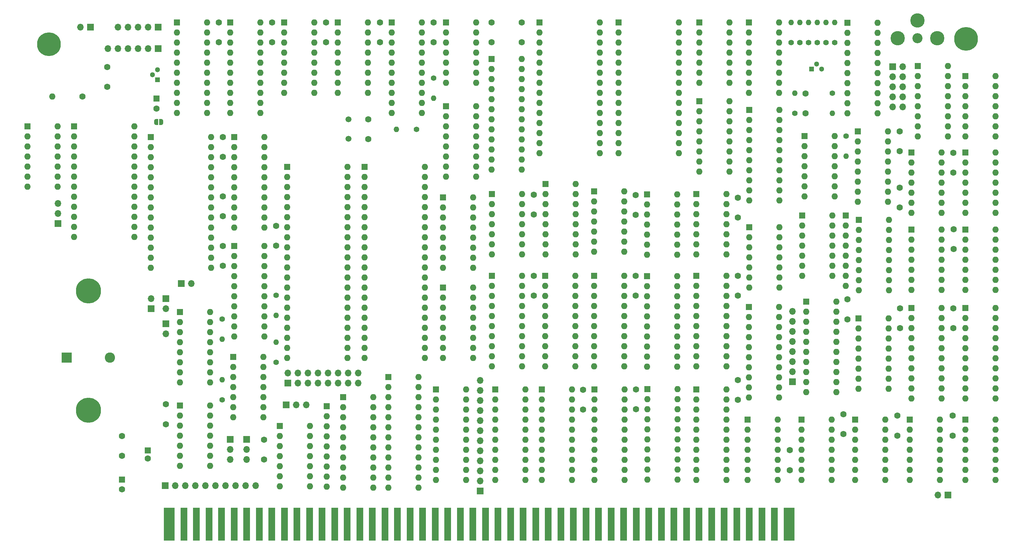
<source format=gts>
%TF.GenerationSoftware,KiCad,Pcbnew,(6.0.10-0)*%
%TF.CreationDate,2024-01-14T15:11:38-05:00*%
%TF.ProjectId,s100_ColorMagic-1.0-001,73313030-5f43-46f6-9c6f-724d61676963,1.0-001*%
%TF.SameCoordinates,Original*%
%TF.FileFunction,Soldermask,Top*%
%TF.FilePolarity,Negative*%
%FSLAX46Y46*%
G04 Gerber Fmt 4.6, Leading zero omitted, Abs format (unit mm)*
G04 Created by KiCad (PCBNEW (6.0.10-0)) date 2024-01-14 15:11:38*
%MOMM*%
%LPD*%
G01*
G04 APERTURE LIST*
G04 Aperture macros list*
%AMFreePoly0*
4,1,22,0.500000,-0.750000,0.000000,-0.750000,0.000000,-0.745033,-0.079941,-0.743568,-0.215256,-0.701293,-0.333266,-0.622738,-0.424486,-0.514219,-0.481581,-0.384460,-0.499164,-0.250000,-0.500000,-0.250000,-0.500000,0.250000,-0.499164,0.250000,-0.499963,0.256109,-0.478152,0.396186,-0.417904,0.524511,-0.324060,0.630769,-0.204165,0.706417,-0.067858,0.745374,0.000000,0.744959,0.000000,0.750000,
0.500000,0.750000,0.500000,-0.750000,0.500000,-0.750000,$1*%
%AMFreePoly1*
4,1,20,0.000000,0.744959,0.073905,0.744508,0.209726,0.703889,0.328688,0.626782,0.421226,0.519385,0.479903,0.390333,0.500000,0.250000,0.500000,-0.250000,0.499851,-0.262216,0.476331,-0.402017,0.414519,-0.529596,0.319384,-0.634700,0.198574,-0.708877,0.061801,-0.746166,0.000000,-0.745033,0.000000,-0.750000,-0.500000,-0.750000,-0.500000,0.750000,0.000000,0.750000,0.000000,0.744959,
0.000000,0.744959,$1*%
G04 Aperture macros list end*
%ADD10R,1.600000X1.600000*%
%ADD11O,1.600000X1.600000*%
%ADD12C,1.600000*%
%ADD13C,1.400000*%
%ADD14O,1.400000X1.400000*%
%ADD15C,1.500000*%
%ADD16R,1.700000X1.700000*%
%ADD17O,1.700000X1.700000*%
%ADD18C,6.000000*%
%ADD19FreePoly0,180.000000*%
%ADD20FreePoly1,180.000000*%
%ADD21C,3.616000*%
%ADD22C,2.550000*%
%ADD23R,1.300000X1.300000*%
%ADD24C,1.300000*%
%ADD25R,2.794000X8.382000*%
%ADD26R,1.778000X8.382000*%
%ADD27R,2.600000X2.600000*%
%ADD28C,2.600000*%
%ADD29C,6.350000*%
G04 APERTURE END LIST*
D10*
%TO.C,U67*%
X200000000Y-77760000D03*
D11*
X200000000Y-80300000D03*
X200000000Y-82840000D03*
X200000000Y-85380000D03*
X200000000Y-87920000D03*
X200000000Y-90460000D03*
X200000000Y-93000000D03*
X207620000Y-93000000D03*
X207620000Y-90460000D03*
X207620000Y-87920000D03*
X207620000Y-85380000D03*
X207620000Y-82840000D03*
X207620000Y-80300000D03*
X207620000Y-77760000D03*
%TD*%
D10*
%TO.C,U62*%
X199600000Y-126360000D03*
D11*
X199600000Y-128900000D03*
X199600000Y-131440000D03*
X199600000Y-133980000D03*
X199600000Y-136520000D03*
X199600000Y-139060000D03*
X199600000Y-141600000D03*
X207220000Y-141600000D03*
X207220000Y-139060000D03*
X207220000Y-136520000D03*
X207220000Y-133980000D03*
X207220000Y-131440000D03*
X207220000Y-128900000D03*
X207220000Y-126360000D03*
%TD*%
D10*
%TO.C,U51*%
X69580000Y-110560000D03*
D11*
X69580000Y-113100000D03*
X69580000Y-115640000D03*
X69580000Y-118180000D03*
X69580000Y-120720000D03*
X69580000Y-123260000D03*
X69580000Y-125800000D03*
X77200000Y-125800000D03*
X77200000Y-123260000D03*
X77200000Y-120720000D03*
X77200000Y-118180000D03*
X77200000Y-115640000D03*
X77200000Y-113100000D03*
X77200000Y-110560000D03*
%TD*%
D10*
%TO.C,U43*%
X186580000Y-90000000D03*
D11*
X186580000Y-92540000D03*
X186580000Y-95080000D03*
X186580000Y-97620000D03*
X186580000Y-100160000D03*
X186580000Y-102700000D03*
X186580000Y-105240000D03*
X186580000Y-107780000D03*
X186580000Y-110320000D03*
X186580000Y-112860000D03*
X194200000Y-112860000D03*
X194200000Y-110320000D03*
X194200000Y-107780000D03*
X194200000Y-105240000D03*
X194200000Y-102700000D03*
X194200000Y-100160000D03*
X194200000Y-97620000D03*
X194200000Y-95080000D03*
X194200000Y-92540000D03*
X194200000Y-90000000D03*
%TD*%
D10*
%TO.C,U17*%
X187380000Y-45960000D03*
D11*
X187380000Y-48500000D03*
X187380000Y-51040000D03*
X187380000Y-53580000D03*
X187380000Y-56120000D03*
X187380000Y-58660000D03*
X187380000Y-61200000D03*
X187380000Y-63740000D03*
X195000000Y-63740000D03*
X195000000Y-61200000D03*
X195000000Y-58660000D03*
X195000000Y-56120000D03*
X195000000Y-53580000D03*
X195000000Y-51040000D03*
X195000000Y-48500000D03*
X195000000Y-45960000D03*
%TD*%
D12*
%TO.C,C8*%
X103750000Y-50500000D03*
X103750000Y-55500000D03*
%TD*%
%TO.C,C3*%
X93050000Y-26000000D03*
X93050000Y-31000000D03*
%TD*%
D10*
%TO.C,U37*%
X69880000Y-82500000D03*
D11*
X69880000Y-85040000D03*
X69880000Y-87580000D03*
X69880000Y-90120000D03*
X69880000Y-92660000D03*
X69880000Y-95200000D03*
X69880000Y-97740000D03*
X69880000Y-100280000D03*
X69880000Y-102820000D03*
X69880000Y-105360000D03*
X77500000Y-105360000D03*
X77500000Y-102820000D03*
X77500000Y-100280000D03*
X77500000Y-97740000D03*
X77500000Y-95200000D03*
X77500000Y-92660000D03*
X77500000Y-90120000D03*
X77500000Y-87580000D03*
X77500000Y-85040000D03*
X77500000Y-82500000D03*
%TD*%
D10*
%TO.C,U66*%
X254580000Y-126360000D03*
D11*
X254580000Y-128900000D03*
X254580000Y-131440000D03*
X254580000Y-133980000D03*
X254580000Y-136520000D03*
X254580000Y-139060000D03*
X254580000Y-141600000D03*
X262200000Y-141600000D03*
X262200000Y-139060000D03*
X262200000Y-136520000D03*
X262200000Y-133980000D03*
X262200000Y-131440000D03*
X262200000Y-128900000D03*
X262200000Y-126360000D03*
%TD*%
D13*
%TO.C,R14*%
X80400000Y-111880000D03*
D14*
X80400000Y-106800000D03*
%TD*%
D10*
%TO.C,U6*%
X123380000Y-26000000D03*
D11*
X123380000Y-28540000D03*
X123380000Y-31080000D03*
X123380000Y-33620000D03*
X123380000Y-36160000D03*
X123380000Y-38700000D03*
X123380000Y-41240000D03*
X131000000Y-41240000D03*
X131000000Y-38700000D03*
X131000000Y-36160000D03*
X131000000Y-33620000D03*
X131000000Y-31080000D03*
X131000000Y-28540000D03*
X131000000Y-26000000D03*
%TD*%
D15*
%TO.C,Y1*%
X98750000Y-50500000D03*
X98750000Y-55400000D03*
%TD*%
D10*
%TO.C,U32*%
X186580000Y-69400000D03*
D11*
X186580000Y-71940000D03*
X186580000Y-74480000D03*
X186580000Y-77020000D03*
X186580000Y-79560000D03*
X186580000Y-82100000D03*
X186580000Y-84640000D03*
X194200000Y-84640000D03*
X194200000Y-82100000D03*
X194200000Y-79560000D03*
X194200000Y-77020000D03*
X194200000Y-74480000D03*
X194200000Y-71940000D03*
X194200000Y-69400000D03*
%TD*%
D12*
%TO.C,C33*%
X171345000Y-118765000D03*
X171345000Y-123765000D03*
%TD*%
D10*
%TO.C,U33*%
X213380000Y-74800000D03*
D11*
X213380000Y-77340000D03*
X213380000Y-79880000D03*
X213380000Y-82420000D03*
X213380000Y-84960000D03*
X213380000Y-87500000D03*
X213380000Y-90040000D03*
X221000000Y-90040000D03*
X221000000Y-87500000D03*
X221000000Y-84960000D03*
X221000000Y-82420000D03*
X221000000Y-79880000D03*
X221000000Y-77340000D03*
X221000000Y-74800000D03*
%TD*%
D16*
%TO.C,J4*%
X50600000Y-32600000D03*
D17*
X48060000Y-32600000D03*
X45520000Y-32600000D03*
X42980000Y-32600000D03*
X40440000Y-32600000D03*
X37900000Y-32600000D03*
%TD*%
D10*
%TO.C,U27*%
X122580000Y-70200000D03*
D11*
X122580000Y-72740000D03*
X122580000Y-75280000D03*
X122580000Y-77820000D03*
X122580000Y-80360000D03*
X122580000Y-82900000D03*
X122580000Y-85440000D03*
X122580000Y-87980000D03*
X130200000Y-87980000D03*
X130200000Y-85440000D03*
X130200000Y-82900000D03*
X130200000Y-80360000D03*
X130200000Y-77820000D03*
X130200000Y-75280000D03*
X130200000Y-72740000D03*
X130200000Y-70200000D03*
%TD*%
D12*
%TO.C,C15*%
X145525000Y-69515000D03*
X145525000Y-74515000D03*
%TD*%
D13*
%TO.C,R3*%
X215000000Y-31080000D03*
D14*
X215000000Y-26000000D03*
%TD*%
D12*
%TO.C,C17*%
X197100000Y-70275000D03*
X197100000Y-75275000D03*
%TD*%
%TO.C,C19*%
X80400000Y-82400000D03*
X80400000Y-77400000D03*
%TD*%
D10*
%TO.C,U29*%
X148500000Y-66860000D03*
D11*
X148500000Y-69400000D03*
X148500000Y-71940000D03*
X148500000Y-74480000D03*
X148500000Y-77020000D03*
X148500000Y-79560000D03*
X148500000Y-82100000D03*
X148500000Y-84640000D03*
X156120000Y-84640000D03*
X156120000Y-82100000D03*
X156120000Y-79560000D03*
X156120000Y-77020000D03*
X156120000Y-74480000D03*
X156120000Y-71940000D03*
X156120000Y-69400000D03*
X156120000Y-66860000D03*
%TD*%
D13*
%TO.C,R16*%
X80400000Y-94920000D03*
D14*
X80400000Y-100000000D03*
%TD*%
D10*
%TO.C,U55*%
X108780000Y-115600000D03*
D11*
X108780000Y-118140000D03*
X108780000Y-120680000D03*
X108780000Y-123220000D03*
X108780000Y-125760000D03*
X108780000Y-128300000D03*
X108780000Y-130840000D03*
X108780000Y-133380000D03*
X108780000Y-135920000D03*
X108780000Y-138460000D03*
X108780000Y-141000000D03*
X108780000Y-143540000D03*
X116400000Y-143540000D03*
X116400000Y-141000000D03*
X116400000Y-138460000D03*
X116400000Y-135920000D03*
X116400000Y-133380000D03*
X116400000Y-130840000D03*
X116400000Y-128300000D03*
X116400000Y-125760000D03*
X116400000Y-123220000D03*
X116400000Y-120680000D03*
X116400000Y-118140000D03*
X116400000Y-115600000D03*
%TD*%
D18*
%TO.C,H2*%
X23000000Y-31500000D03*
%TD*%
D16*
%TO.C,JP4*%
X52600000Y-95800000D03*
D17*
X52600000Y-98340000D03*
%TD*%
D13*
%TO.C,R9*%
X211500000Y-49000000D03*
D14*
X211500000Y-43920000D03*
%TD*%
D10*
%TO.C,U20*%
X227400000Y-53500000D03*
D11*
X227400000Y-56040000D03*
X227400000Y-58580000D03*
X227400000Y-61120000D03*
X227400000Y-63660000D03*
X227400000Y-66200000D03*
X227400000Y-68740000D03*
X227400000Y-71280000D03*
X235020000Y-71280000D03*
X235020000Y-68740000D03*
X235020000Y-66200000D03*
X235020000Y-63660000D03*
X235020000Y-61120000D03*
X235020000Y-58580000D03*
X235020000Y-56040000D03*
X235020000Y-53500000D03*
%TD*%
D10*
%TO.C,U52*%
X56180000Y-122760000D03*
D11*
X56180000Y-125300000D03*
X56180000Y-127840000D03*
X56180000Y-130380000D03*
X56180000Y-132920000D03*
X56180000Y-135460000D03*
X56180000Y-138000000D03*
X63800000Y-138000000D03*
X63800000Y-135460000D03*
X63800000Y-132920000D03*
X63800000Y-130380000D03*
X63800000Y-127840000D03*
X63800000Y-125300000D03*
X63800000Y-122760000D03*
%TD*%
D10*
%TO.C,U57*%
X135780000Y-118740000D03*
D11*
X135780000Y-121280000D03*
X135780000Y-123820000D03*
X135780000Y-126360000D03*
X135780000Y-128900000D03*
X135780000Y-131440000D03*
X135780000Y-133980000D03*
X135780000Y-136520000D03*
X135780000Y-139060000D03*
X135780000Y-141600000D03*
X143400000Y-141600000D03*
X143400000Y-139060000D03*
X143400000Y-136520000D03*
X143400000Y-133980000D03*
X143400000Y-131440000D03*
X143400000Y-128900000D03*
X143400000Y-126360000D03*
X143400000Y-123820000D03*
X143400000Y-121280000D03*
X143400000Y-118740000D03*
%TD*%
D12*
%TO.C,C38*%
X223800000Y-125000000D03*
X223800000Y-130000000D03*
%TD*%
D16*
%TO.C,J3*%
X50600000Y-27250000D03*
D17*
X48060000Y-27250000D03*
X45520000Y-27250000D03*
X42980000Y-27250000D03*
X40440000Y-27250000D03*
%TD*%
D16*
%TO.C,JP12*%
X132000000Y-144400000D03*
D17*
X132000000Y-141860000D03*
X132000000Y-139320000D03*
X132000000Y-136780000D03*
X132000000Y-134240000D03*
X132000000Y-131700000D03*
X132000000Y-129160000D03*
X132000000Y-126620000D03*
X132000000Y-124080000D03*
X132000000Y-121540000D03*
X132000000Y-119000000D03*
X132000000Y-116460000D03*
%TD*%
D13*
%TO.C,R5*%
X219400000Y-31080000D03*
D14*
X219400000Y-26000000D03*
%TD*%
D10*
%TO.C,U12*%
X242580000Y-37020000D03*
D11*
X242580000Y-39560000D03*
X242580000Y-42100000D03*
X242580000Y-44640000D03*
X242580000Y-47180000D03*
X242580000Y-49720000D03*
X242580000Y-52260000D03*
X242580000Y-54800000D03*
X250200000Y-54800000D03*
X250200000Y-52260000D03*
X250200000Y-49720000D03*
X250200000Y-47180000D03*
X250200000Y-44640000D03*
X250200000Y-42100000D03*
X250200000Y-39560000D03*
X250200000Y-37020000D03*
%TD*%
D10*
%TO.C,U56*%
X120800000Y-118740000D03*
D11*
X120800000Y-121280000D03*
X120800000Y-123820000D03*
X120800000Y-126360000D03*
X120800000Y-128900000D03*
X120800000Y-131440000D03*
X120800000Y-133980000D03*
X120800000Y-136520000D03*
X120800000Y-139060000D03*
X120800000Y-141600000D03*
X128420000Y-141600000D03*
X128420000Y-139060000D03*
X128420000Y-136520000D03*
X128420000Y-133980000D03*
X128420000Y-131440000D03*
X128420000Y-128900000D03*
X128420000Y-126360000D03*
X128420000Y-123820000D03*
X128420000Y-121280000D03*
X128420000Y-118740000D03*
%TD*%
D12*
%TO.C,C4*%
X106650000Y-26000000D03*
X106650000Y-31000000D03*
%TD*%
D13*
%TO.C,R7*%
X120250000Y-40120000D03*
D14*
X120250000Y-45200000D03*
%TD*%
D12*
%TO.C,C39*%
X237400000Y-125375000D03*
X237400000Y-130375000D03*
%TD*%
D13*
%TO.C,R6*%
X221600000Y-31080000D03*
D14*
X221600000Y-26000000D03*
%TD*%
D12*
%TO.C,C6*%
X134900000Y-26000000D03*
X134900000Y-31000000D03*
%TD*%
D13*
%TO.C,R1*%
X210600000Y-31080000D03*
D14*
X210600000Y-26000000D03*
%TD*%
D12*
%TO.C,C20*%
X238000000Y-72800000D03*
X238000000Y-67800000D03*
%TD*%
%TO.C,R21*%
X31500000Y-44750000D03*
D11*
X23880000Y-44750000D03*
%TD*%
D19*
%TO.C,JP401*%
X51400000Y-51200000D03*
D20*
X50100000Y-51200000D03*
%TD*%
D12*
%TO.C,C1*%
X65970000Y-26000000D03*
X65970000Y-31000000D03*
%TD*%
%TO.C,C5*%
X120250000Y-26000000D03*
X120250000Y-31000000D03*
%TD*%
D21*
%TO.C,J2*%
X247500000Y-30000000D03*
X237500000Y-30000000D03*
X242500000Y-25500000D03*
D22*
X242500000Y-30000000D03*
%TD*%
D10*
%TO.C,U61*%
X186600000Y-118730000D03*
D11*
X186600000Y-121270000D03*
X186600000Y-123810000D03*
X186600000Y-126350000D03*
X186600000Y-128890000D03*
X186600000Y-131430000D03*
X186600000Y-133970000D03*
X186600000Y-136510000D03*
X186600000Y-139050000D03*
X186600000Y-141590000D03*
X194220000Y-141590000D03*
X194220000Y-139050000D03*
X194220000Y-136510000D03*
X194220000Y-133970000D03*
X194220000Y-131430000D03*
X194220000Y-128890000D03*
X194220000Y-126350000D03*
X194220000Y-123810000D03*
X194220000Y-121270000D03*
X194220000Y-118730000D03*
%TD*%
D12*
%TO.C,C11*%
X238000000Y-53500000D03*
X238000000Y-58500000D03*
%TD*%
%TO.C,C24*%
X171275000Y-90050000D03*
X171275000Y-95050000D03*
%TD*%
D10*
%TO.C,U46*%
X227630000Y-100750000D03*
D11*
X227630000Y-103290000D03*
X227630000Y-105830000D03*
X227630000Y-108370000D03*
X227630000Y-110910000D03*
X227630000Y-113450000D03*
X227630000Y-115990000D03*
X227630000Y-118530000D03*
X235250000Y-118530000D03*
X235250000Y-115990000D03*
X235250000Y-113450000D03*
X235250000Y-110910000D03*
X235250000Y-108370000D03*
X235250000Y-105830000D03*
X235250000Y-103290000D03*
X235250000Y-100750000D03*
%TD*%
D13*
%TO.C,R17*%
X66800000Y-121400000D03*
D14*
X66800000Y-116320000D03*
%TD*%
D10*
%TO.C,U1*%
X55350000Y-26000000D03*
D11*
X55350000Y-28540000D03*
X55350000Y-31080000D03*
X55350000Y-33620000D03*
X55350000Y-36160000D03*
X55350000Y-38700000D03*
X55350000Y-41240000D03*
X55350000Y-43780000D03*
X55350000Y-46320000D03*
X55350000Y-48860000D03*
X62970000Y-48860000D03*
X62970000Y-46320000D03*
X62970000Y-43780000D03*
X62970000Y-41240000D03*
X62970000Y-38700000D03*
X62970000Y-36160000D03*
X62970000Y-33620000D03*
X62970000Y-31080000D03*
X62970000Y-28540000D03*
X62970000Y-26000000D03*
%TD*%
D16*
%TO.C,JP10*%
X52380000Y-143000000D03*
D17*
X54920000Y-143000000D03*
X57460000Y-143000000D03*
X60000000Y-143000000D03*
X62540000Y-143000000D03*
X65080000Y-143000000D03*
X67620000Y-143000000D03*
X70160000Y-143000000D03*
X72700000Y-143000000D03*
X75240000Y-143000000D03*
%TD*%
D16*
%TO.C,JP3*%
X48900000Y-98340000D03*
D17*
X48900000Y-95800000D03*
%TD*%
D10*
%TO.C,U41*%
X160800000Y-90050000D03*
D11*
X160800000Y-92590000D03*
X160800000Y-95130000D03*
X160800000Y-97670000D03*
X160800000Y-100210000D03*
X160800000Y-102750000D03*
X160800000Y-105290000D03*
X160800000Y-107830000D03*
X160800000Y-110370000D03*
X160800000Y-112910000D03*
X168420000Y-112910000D03*
X168420000Y-110370000D03*
X168420000Y-107830000D03*
X168420000Y-105290000D03*
X168420000Y-102750000D03*
X168420000Y-100210000D03*
X168420000Y-97670000D03*
X168420000Y-95130000D03*
X168420000Y-92590000D03*
X168420000Y-90050000D03*
%TD*%
D10*
%TO.C,U7*%
X147000000Y-26000000D03*
D11*
X147000000Y-28540000D03*
X147000000Y-31080000D03*
X147000000Y-33620000D03*
X147000000Y-36160000D03*
X147000000Y-38700000D03*
X147000000Y-41240000D03*
X147000000Y-43780000D03*
X147000000Y-46320000D03*
X147000000Y-48860000D03*
X147000000Y-51400000D03*
X147000000Y-53940000D03*
X147000000Y-56480000D03*
X147000000Y-59020000D03*
X162240000Y-59020000D03*
X162240000Y-56480000D03*
X162240000Y-53940000D03*
X162240000Y-51400000D03*
X162240000Y-48860000D03*
X162240000Y-46320000D03*
X162240000Y-43780000D03*
X162240000Y-41240000D03*
X162240000Y-38700000D03*
X162240000Y-36160000D03*
X162240000Y-33620000D03*
X162240000Y-31080000D03*
X162240000Y-28540000D03*
X162240000Y-26000000D03*
%TD*%
D10*
%TO.C,C36*%
X50250000Y-45250000D03*
D12*
X50250000Y-47750000D03*
%TD*%
D10*
%TO.C,U8*%
X167000000Y-26000000D03*
D11*
X167000000Y-28540000D03*
X167000000Y-31080000D03*
X167000000Y-33620000D03*
X167000000Y-36160000D03*
X167000000Y-38700000D03*
X167000000Y-41240000D03*
X167000000Y-43780000D03*
X167000000Y-46320000D03*
X167000000Y-48860000D03*
X167000000Y-51400000D03*
X167000000Y-53940000D03*
X167000000Y-56480000D03*
X167000000Y-59020000D03*
X182240000Y-59020000D03*
X182240000Y-56480000D03*
X182240000Y-53940000D03*
X182240000Y-51400000D03*
X182240000Y-48860000D03*
X182240000Y-46320000D03*
X182240000Y-43780000D03*
X182240000Y-41240000D03*
X182240000Y-38700000D03*
X182240000Y-36160000D03*
X182240000Y-33620000D03*
X182240000Y-31080000D03*
X182240000Y-28540000D03*
X182240000Y-26000000D03*
%TD*%
D10*
%TO.C,U19*%
X214000000Y-54750000D03*
D11*
X214000000Y-57290000D03*
X214000000Y-59830000D03*
X214000000Y-62370000D03*
X214000000Y-64910000D03*
X214000000Y-67450000D03*
X214000000Y-69990000D03*
X221620000Y-69990000D03*
X221620000Y-67450000D03*
X221620000Y-64910000D03*
X221620000Y-62370000D03*
X221620000Y-59830000D03*
X221620000Y-57290000D03*
X221620000Y-54750000D03*
%TD*%
D12*
%TO.C,C18*%
X67000000Y-60000000D03*
X67000000Y-55000000D03*
%TD*%
D10*
%TO.C,U34*%
X227680000Y-75870000D03*
D11*
X227680000Y-78410000D03*
X227680000Y-80950000D03*
X227680000Y-83490000D03*
X227680000Y-86030000D03*
X227680000Y-88570000D03*
X227680000Y-91110000D03*
X227680000Y-93650000D03*
X235300000Y-93650000D03*
X235300000Y-91110000D03*
X235300000Y-88570000D03*
X235300000Y-86030000D03*
X235300000Y-83490000D03*
X235300000Y-80950000D03*
X235300000Y-78410000D03*
X235300000Y-75870000D03*
%TD*%
D12*
%TO.C,C21*%
X251600000Y-78300000D03*
X251600000Y-83300000D03*
%TD*%
%TO.C,C7*%
X142500000Y-26000000D03*
X142500000Y-31000000D03*
%TD*%
D10*
%TO.C,U4*%
X96050000Y-26000000D03*
D11*
X96050000Y-28540000D03*
X96050000Y-31080000D03*
X96050000Y-33620000D03*
X96050000Y-36160000D03*
X96050000Y-38700000D03*
X96050000Y-41240000D03*
X96050000Y-43780000D03*
X103670000Y-43780000D03*
X103670000Y-41240000D03*
X103670000Y-38700000D03*
X103670000Y-36160000D03*
X103670000Y-33620000D03*
X103670000Y-31080000D03*
X103670000Y-28540000D03*
X103670000Y-26000000D03*
%TD*%
D10*
%TO.C,U2*%
X68850000Y-26000000D03*
D11*
X68850000Y-28540000D03*
X68850000Y-31080000D03*
X68850000Y-33620000D03*
X68850000Y-36160000D03*
X68850000Y-38700000D03*
X68850000Y-41240000D03*
X68850000Y-43780000D03*
X68850000Y-46320000D03*
X68850000Y-48860000D03*
X76470000Y-48860000D03*
X76470000Y-46320000D03*
X76470000Y-43780000D03*
X76470000Y-41240000D03*
X76470000Y-38700000D03*
X76470000Y-36160000D03*
X76470000Y-33620000D03*
X76470000Y-31080000D03*
X76470000Y-28540000D03*
X76470000Y-26000000D03*
%TD*%
D10*
%TO.C,U15*%
X123380000Y-47200000D03*
D11*
X123380000Y-49740000D03*
X123380000Y-52280000D03*
X123380000Y-54820000D03*
X123380000Y-57360000D03*
X123380000Y-59900000D03*
X123380000Y-62440000D03*
X123380000Y-64980000D03*
X131000000Y-64980000D03*
X131000000Y-62440000D03*
X131000000Y-59900000D03*
X131000000Y-57360000D03*
X131000000Y-54820000D03*
X131000000Y-52280000D03*
X131000000Y-49740000D03*
X131000000Y-47200000D03*
%TD*%
D12*
%TO.C,C10*%
X67000000Y-87500000D03*
X67000000Y-82500000D03*
%TD*%
D10*
%TO.C,U38*%
X122580000Y-93000000D03*
D11*
X122580000Y-95540000D03*
X122580000Y-98080000D03*
X122580000Y-100620000D03*
X122580000Y-103160000D03*
X122580000Y-105700000D03*
X122580000Y-108240000D03*
X122580000Y-110780000D03*
X130200000Y-110780000D03*
X130200000Y-108240000D03*
X130200000Y-105700000D03*
X130200000Y-103160000D03*
X130200000Y-100620000D03*
X130200000Y-98080000D03*
X130200000Y-95540000D03*
X130200000Y-93000000D03*
%TD*%
D10*
%TO.C,U5*%
X109650000Y-26000000D03*
D11*
X109650000Y-28540000D03*
X109650000Y-31080000D03*
X109650000Y-33620000D03*
X109650000Y-36160000D03*
X109650000Y-38700000D03*
X109650000Y-41240000D03*
X109650000Y-43780000D03*
X109650000Y-46320000D03*
X109650000Y-48860000D03*
X117270000Y-48860000D03*
X117270000Y-46320000D03*
X117270000Y-43780000D03*
X117270000Y-41240000D03*
X117270000Y-38700000D03*
X117270000Y-36160000D03*
X117270000Y-33620000D03*
X117270000Y-31080000D03*
X117270000Y-28540000D03*
X117270000Y-26000000D03*
%TD*%
D16*
%TO.C,JP6*%
X83420000Y-117140000D03*
D17*
X83420000Y-114600000D03*
X85960000Y-117140000D03*
X85960000Y-114600000D03*
X88500000Y-117140000D03*
X88500000Y-114600000D03*
X91040000Y-117140000D03*
X91040000Y-114600000D03*
X93580000Y-117140000D03*
X93580000Y-114600000D03*
X96120000Y-117140000D03*
X96120000Y-114600000D03*
X98660000Y-117140000D03*
X98660000Y-114600000D03*
X101200000Y-117140000D03*
X101200000Y-114600000D03*
%TD*%
D12*
%TO.C,C26*%
X224800000Y-101000000D03*
X224800000Y-96000000D03*
%TD*%
D10*
%TO.C,U59*%
X160900000Y-118730000D03*
D11*
X160900000Y-121270000D03*
X160900000Y-123810000D03*
X160900000Y-126350000D03*
X160900000Y-128890000D03*
X160900000Y-131430000D03*
X160900000Y-133970000D03*
X160900000Y-136510000D03*
X160900000Y-139050000D03*
X160900000Y-141590000D03*
X168520000Y-141590000D03*
X168520000Y-139050000D03*
X168520000Y-136510000D03*
X168520000Y-133970000D03*
X168520000Y-131430000D03*
X168520000Y-128890000D03*
X168520000Y-126350000D03*
X168520000Y-123810000D03*
X168520000Y-121270000D03*
X168520000Y-118730000D03*
%TD*%
D13*
%TO.C,R2*%
X212800000Y-31080000D03*
D14*
X212800000Y-26000000D03*
%TD*%
D23*
%TO.C,U49*%
X50500000Y-40500000D03*
D24*
X49230000Y-39230000D03*
X50500000Y-37960000D03*
%TD*%
D16*
%TO.C,JP7*%
X83000000Y-122600000D03*
D17*
X85540000Y-122600000D03*
X88080000Y-122600000D03*
%TD*%
D12*
%TO.C,C34*%
X197070000Y-116340000D03*
X197070000Y-121340000D03*
%TD*%
D16*
%TO.C,JP2*%
X56460000Y-92000000D03*
D17*
X59000000Y-92000000D03*
%TD*%
D10*
%TO.C,U54*%
X97380000Y-120640000D03*
D11*
X97380000Y-123180000D03*
X97380000Y-125720000D03*
X97380000Y-128260000D03*
X97380000Y-130800000D03*
X97380000Y-133340000D03*
X97380000Y-135880000D03*
X97380000Y-138420000D03*
X97380000Y-140960000D03*
X97380000Y-143500000D03*
X105000000Y-143500000D03*
X105000000Y-140960000D03*
X105000000Y-138420000D03*
X105000000Y-135880000D03*
X105000000Y-133340000D03*
X105000000Y-130800000D03*
X105000000Y-128260000D03*
X105000000Y-125720000D03*
X105000000Y-123180000D03*
X105000000Y-120640000D03*
%TD*%
D10*
%TO.C,U65*%
X240580000Y-126360000D03*
D11*
X240580000Y-128900000D03*
X240580000Y-131440000D03*
X240580000Y-133980000D03*
X240580000Y-136520000D03*
X240580000Y-139060000D03*
X240580000Y-141600000D03*
X248200000Y-141600000D03*
X248200000Y-139060000D03*
X248200000Y-136520000D03*
X248200000Y-133980000D03*
X248200000Y-131440000D03*
X248200000Y-128900000D03*
X248200000Y-126360000D03*
%TD*%
D10*
%TO.C,U58*%
X147600000Y-118740000D03*
D11*
X147600000Y-121280000D03*
X147600000Y-123820000D03*
X147600000Y-126360000D03*
X147600000Y-128900000D03*
X147600000Y-131440000D03*
X147600000Y-133980000D03*
X147600000Y-136520000D03*
X147600000Y-139060000D03*
X147600000Y-141600000D03*
X155220000Y-141600000D03*
X155220000Y-139060000D03*
X155220000Y-136520000D03*
X155220000Y-133980000D03*
X155220000Y-131440000D03*
X155220000Y-128900000D03*
X155220000Y-126360000D03*
X155220000Y-123820000D03*
X155220000Y-121280000D03*
X155220000Y-118740000D03*
%TD*%
D10*
%TO.C,U47*%
X240980000Y-98200000D03*
D11*
X240980000Y-100740000D03*
X240980000Y-103280000D03*
X240980000Y-105820000D03*
X240980000Y-108360000D03*
X240980000Y-110900000D03*
X240980000Y-113440000D03*
X240980000Y-115980000D03*
X240980000Y-118520000D03*
X240980000Y-121060000D03*
X248600000Y-121060000D03*
X248600000Y-118520000D03*
X248600000Y-115980000D03*
X248600000Y-113440000D03*
X248600000Y-110900000D03*
X248600000Y-108360000D03*
X248600000Y-105820000D03*
X248600000Y-103280000D03*
X248600000Y-100740000D03*
X248600000Y-98200000D03*
%TD*%
D25*
%TO.C,P1*%
X53467000Y-152781000D03*
D26*
X57150000Y-152781000D03*
X60325000Y-152781000D03*
X63500000Y-152781000D03*
X66675000Y-152781000D03*
X69850000Y-152781000D03*
X73025000Y-152781000D03*
X76200000Y-152781000D03*
X79375000Y-152781000D03*
X82550000Y-152781000D03*
X85725000Y-152781000D03*
X88900000Y-152781000D03*
X92075000Y-152781000D03*
X95250000Y-152781000D03*
X98425000Y-152781000D03*
X101600000Y-152781000D03*
X104775000Y-152781000D03*
X107950000Y-152781000D03*
X111125000Y-152781000D03*
X114300000Y-152781000D03*
X117475000Y-152781000D03*
X120650000Y-152781000D03*
X123825000Y-152781000D03*
X127000000Y-152781000D03*
X130175000Y-152781000D03*
X133350000Y-152781000D03*
X136525000Y-152781000D03*
X139700000Y-152781000D03*
X142875000Y-152781000D03*
X146050000Y-152781000D03*
X149225000Y-152781000D03*
X152400000Y-152781000D03*
X155575000Y-152781000D03*
X158750000Y-152781000D03*
X161925000Y-152781000D03*
X165100000Y-152781000D03*
X168275000Y-152781000D03*
X171450000Y-152781000D03*
X174625000Y-152781000D03*
X177800000Y-152781000D03*
X180975000Y-152781000D03*
X184150000Y-152781000D03*
X187325000Y-152781000D03*
X190500000Y-152781000D03*
X193675000Y-152781000D03*
X196850000Y-152781000D03*
X200025000Y-152781000D03*
X203200000Y-152781000D03*
X206375000Y-152781000D03*
D25*
X210058000Y-152781000D03*
%TD*%
D10*
%TO.C,U42*%
X174205000Y-90100000D03*
D11*
X174205000Y-92640000D03*
X174205000Y-95180000D03*
X174205000Y-97720000D03*
X174205000Y-100260000D03*
X174205000Y-102800000D03*
X174205000Y-105340000D03*
X174205000Y-107880000D03*
X174205000Y-110420000D03*
X174205000Y-112960000D03*
X181825000Y-112960000D03*
X181825000Y-110420000D03*
X181825000Y-107880000D03*
X181825000Y-105340000D03*
X181825000Y-102800000D03*
X181825000Y-100260000D03*
X181825000Y-97720000D03*
X181825000Y-95180000D03*
X181825000Y-92640000D03*
X181825000Y-90100000D03*
%TD*%
D10*
%TO.C,U39*%
X135000000Y-90000000D03*
D11*
X135000000Y-92540000D03*
X135000000Y-95080000D03*
X135000000Y-97620000D03*
X135000000Y-100160000D03*
X135000000Y-102700000D03*
X135000000Y-105240000D03*
X135000000Y-107780000D03*
X135000000Y-110320000D03*
X135000000Y-112860000D03*
X142620000Y-112860000D03*
X142620000Y-110320000D03*
X142620000Y-107780000D03*
X142620000Y-105240000D03*
X142620000Y-102700000D03*
X142620000Y-100160000D03*
X142620000Y-97620000D03*
X142620000Y-95080000D03*
X142620000Y-92540000D03*
X142620000Y-90000000D03*
%TD*%
D23*
%TO.C,Q1*%
X215710000Y-37750000D03*
D24*
X216980000Y-36480000D03*
X218250000Y-37750000D03*
%TD*%
D10*
%TO.C,U10*%
X199880000Y-26000000D03*
D11*
X199880000Y-28540000D03*
X199880000Y-31080000D03*
X199880000Y-33620000D03*
X199880000Y-36160000D03*
X199880000Y-38700000D03*
X199880000Y-41240000D03*
X199880000Y-43780000D03*
X207500000Y-43780000D03*
X207500000Y-41240000D03*
X207500000Y-38700000D03*
X207500000Y-36160000D03*
X207500000Y-33620000D03*
X207500000Y-31080000D03*
X207500000Y-28540000D03*
X207500000Y-26000000D03*
%TD*%
D16*
%TO.C,JP15*%
X250200000Y-145400000D03*
D17*
X247660000Y-145400000D03*
%TD*%
D12*
%TO.C,C12*%
X251550000Y-58950000D03*
X251550000Y-63950000D03*
%TD*%
D10*
%TO.C,RN2*%
X93200000Y-123000000D03*
D11*
X93200000Y-125540000D03*
X93200000Y-128080000D03*
X93200000Y-130620000D03*
X93200000Y-133160000D03*
X93200000Y-135700000D03*
X93200000Y-138240000D03*
X93200000Y-140780000D03*
X93200000Y-143320000D03*
%TD*%
D10*
%TO.C,C37*%
X48000000Y-134167044D03*
D12*
X48000000Y-136167044D03*
%TD*%
%TO.C,C25*%
X197125000Y-90000000D03*
X197125000Y-95000000D03*
%TD*%
D10*
%TO.C,RN1*%
X224400000Y-74760000D03*
D11*
X224400000Y-77300000D03*
X224400000Y-79840000D03*
X224400000Y-82380000D03*
X224400000Y-84920000D03*
X224400000Y-87460000D03*
X224400000Y-90000000D03*
X224400000Y-92540000D03*
%TD*%
D12*
%TO.C,C31*%
X210200000Y-134100000D03*
X210200000Y-139100000D03*
%TD*%
D10*
%TO.C,U13*%
X254580000Y-39560000D03*
D11*
X254580000Y-42100000D03*
X254580000Y-44640000D03*
X254580000Y-47180000D03*
X254580000Y-49720000D03*
X254580000Y-52260000D03*
X254580000Y-54800000D03*
X262200000Y-54800000D03*
X262200000Y-52260000D03*
X262200000Y-49720000D03*
X262200000Y-47180000D03*
X262200000Y-44640000D03*
X262200000Y-42100000D03*
X262200000Y-39560000D03*
%TD*%
D10*
%TO.C,U36*%
X254600000Y-78360000D03*
D11*
X254600000Y-80900000D03*
X254600000Y-83440000D03*
X254600000Y-85980000D03*
X254600000Y-88520000D03*
X254600000Y-91060000D03*
X254600000Y-93600000D03*
X262220000Y-93600000D03*
X262220000Y-91060000D03*
X262220000Y-88520000D03*
X262220000Y-85980000D03*
X262220000Y-83440000D03*
X262220000Y-80900000D03*
X262220000Y-78360000D03*
%TD*%
D10*
%TO.C,U26*%
X102760000Y-62500000D03*
D11*
X102760000Y-65040000D03*
X102760000Y-67580000D03*
X102760000Y-70120000D03*
X102760000Y-72660000D03*
X102760000Y-75200000D03*
X102760000Y-77740000D03*
X102760000Y-80280000D03*
X102760000Y-82820000D03*
X102760000Y-85360000D03*
X102760000Y-87900000D03*
X102760000Y-90440000D03*
X102760000Y-92980000D03*
X102760000Y-95520000D03*
X102760000Y-98060000D03*
X102760000Y-100600000D03*
X102760000Y-103140000D03*
X102760000Y-105680000D03*
X102760000Y-108220000D03*
X102760000Y-110760000D03*
X118000000Y-110760000D03*
X118000000Y-108220000D03*
X118000000Y-105680000D03*
X118000000Y-103140000D03*
X118000000Y-100600000D03*
X118000000Y-98060000D03*
X118000000Y-95520000D03*
X118000000Y-92980000D03*
X118000000Y-90440000D03*
X118000000Y-87900000D03*
X118000000Y-85360000D03*
X118000000Y-82820000D03*
X118000000Y-80280000D03*
X118000000Y-77740000D03*
X118000000Y-75200000D03*
X118000000Y-72660000D03*
X118000000Y-70120000D03*
X118000000Y-67580000D03*
X118000000Y-65040000D03*
X118000000Y-62500000D03*
%TD*%
D13*
%TO.C,R4*%
X217200000Y-31080000D03*
D14*
X217200000Y-26000000D03*
%TD*%
D13*
%TO.C,R15*%
X66800000Y-100920000D03*
D14*
X66800000Y-106000000D03*
%TD*%
D10*
%TO.C,U9*%
X187380000Y-26000000D03*
D11*
X187380000Y-28540000D03*
X187380000Y-31080000D03*
X187380000Y-33620000D03*
X187380000Y-36160000D03*
X187380000Y-38700000D03*
X187380000Y-41240000D03*
X195000000Y-41240000D03*
X195000000Y-38700000D03*
X195000000Y-36160000D03*
X195000000Y-33620000D03*
X195000000Y-31080000D03*
X195000000Y-28540000D03*
X195000000Y-26000000D03*
%TD*%
D16*
%TO.C,JP9*%
X73000000Y-131320000D03*
D17*
X73000000Y-133860000D03*
X73000000Y-136400000D03*
%TD*%
D12*
%TO.C,C40*%
X251400000Y-125375000D03*
X251400000Y-130375000D03*
%TD*%
D10*
%TO.C,U30*%
X160750000Y-68675000D03*
D11*
X160750000Y-71215000D03*
X160750000Y-73755000D03*
X160750000Y-76295000D03*
X160750000Y-78835000D03*
X160750000Y-81375000D03*
X160750000Y-83915000D03*
X168370000Y-83915000D03*
X168370000Y-81375000D03*
X168370000Y-78835000D03*
X168370000Y-76295000D03*
X168370000Y-73755000D03*
X168370000Y-71215000D03*
X168370000Y-68675000D03*
%TD*%
D12*
%TO.C,C9*%
X214200000Y-49000000D03*
X214200000Y-44000000D03*
%TD*%
D10*
%TO.C,U69*%
X17630000Y-52250000D03*
D11*
X17630000Y-54790000D03*
X17630000Y-57330000D03*
X17630000Y-59870000D03*
X17630000Y-62410000D03*
X17630000Y-64950000D03*
X17630000Y-67490000D03*
X25250000Y-67490000D03*
X25250000Y-64950000D03*
X25250000Y-62410000D03*
X25250000Y-59870000D03*
X25250000Y-57330000D03*
X25250000Y-54790000D03*
X25250000Y-52250000D03*
%TD*%
D10*
%TO.C,U31*%
X174205000Y-69475000D03*
D11*
X174205000Y-72015000D03*
X174205000Y-74555000D03*
X174205000Y-77095000D03*
X174205000Y-79635000D03*
X174205000Y-82175000D03*
X174205000Y-84715000D03*
X181825000Y-84715000D03*
X181825000Y-82175000D03*
X181825000Y-79635000D03*
X181825000Y-77095000D03*
X181825000Y-74555000D03*
X181825000Y-72015000D03*
X181825000Y-69475000D03*
%TD*%
D16*
%TO.C,JP5*%
X52600000Y-102100000D03*
D17*
X52600000Y-104640000D03*
%TD*%
D10*
%TO.C,C13*%
X41500000Y-141500000D03*
D12*
X41500000Y-144000000D03*
%TD*%
D10*
%TO.C,U60*%
X174225000Y-118690000D03*
D11*
X174225000Y-121230000D03*
X174225000Y-123770000D03*
X174225000Y-126310000D03*
X174225000Y-128850000D03*
X174225000Y-131390000D03*
X174225000Y-133930000D03*
X174225000Y-136470000D03*
X174225000Y-139010000D03*
X174225000Y-141550000D03*
X181845000Y-141550000D03*
X181845000Y-139010000D03*
X181845000Y-136470000D03*
X181845000Y-133930000D03*
X181845000Y-131390000D03*
X181845000Y-128850000D03*
X181845000Y-126310000D03*
X181845000Y-123770000D03*
X181845000Y-121230000D03*
X181845000Y-118690000D03*
%TD*%
D12*
%TO.C,C28*%
X251550000Y-98225000D03*
X251550000Y-103225000D03*
%TD*%
D16*
%TO.C,JP1*%
X210950000Y-116750000D03*
D17*
X210950000Y-114210000D03*
X210950000Y-111670000D03*
X210950000Y-109130000D03*
X210950000Y-106590000D03*
X210950000Y-104050000D03*
X210950000Y-101510000D03*
X210950000Y-98970000D03*
%TD*%
D10*
%TO.C,U16*%
X134880000Y-35260000D03*
D11*
X134880000Y-37800000D03*
X134880000Y-40340000D03*
X134880000Y-42880000D03*
X134880000Y-45420000D03*
X134880000Y-47960000D03*
X134880000Y-50500000D03*
X134880000Y-53040000D03*
X134880000Y-55580000D03*
X134880000Y-58120000D03*
X134880000Y-60660000D03*
X134880000Y-63200000D03*
X142500000Y-63200000D03*
X142500000Y-60660000D03*
X142500000Y-58120000D03*
X142500000Y-55580000D03*
X142500000Y-53040000D03*
X142500000Y-50500000D03*
X142500000Y-47960000D03*
X142500000Y-45420000D03*
X142500000Y-42880000D03*
X142500000Y-40340000D03*
X142500000Y-37800000D03*
X142500000Y-35260000D03*
%TD*%
D10*
%TO.C,U40*%
X148450000Y-90025000D03*
D11*
X148450000Y-92565000D03*
X148450000Y-95105000D03*
X148450000Y-97645000D03*
X148450000Y-100185000D03*
X148450000Y-102725000D03*
X148450000Y-105265000D03*
X148450000Y-107805000D03*
X148450000Y-110345000D03*
X148450000Y-112885000D03*
X156070000Y-112885000D03*
X156070000Y-110345000D03*
X156070000Y-107805000D03*
X156070000Y-105265000D03*
X156070000Y-102725000D03*
X156070000Y-100185000D03*
X156070000Y-97645000D03*
X156070000Y-95105000D03*
X156070000Y-92565000D03*
X156070000Y-90025000D03*
%TD*%
D16*
%TO.C,JP13*%
X25300000Y-76800000D03*
D17*
X25300000Y-74260000D03*
X25300000Y-71720000D03*
%TD*%
D10*
%TO.C,U24*%
X69880000Y-55000000D03*
D11*
X69880000Y-57540000D03*
X69880000Y-60080000D03*
X69880000Y-62620000D03*
X69880000Y-65160000D03*
X69880000Y-67700000D03*
X69880000Y-70240000D03*
X69880000Y-72780000D03*
X69880000Y-75320000D03*
X69880000Y-77860000D03*
X77500000Y-77860000D03*
X77500000Y-75320000D03*
X77500000Y-72780000D03*
X77500000Y-70240000D03*
X77500000Y-67700000D03*
X77500000Y-65160000D03*
X77500000Y-62620000D03*
X77500000Y-60080000D03*
X77500000Y-57540000D03*
X77500000Y-55000000D03*
%TD*%
D10*
%TO.C,U50*%
X56180000Y-99200000D03*
D11*
X56180000Y-101740000D03*
X56180000Y-104280000D03*
X56180000Y-106820000D03*
X56180000Y-109360000D03*
X56180000Y-111900000D03*
X56180000Y-114440000D03*
X56180000Y-116980000D03*
X63800000Y-116980000D03*
X63800000Y-114440000D03*
X63800000Y-111900000D03*
X63800000Y-109360000D03*
X63800000Y-106820000D03*
X63800000Y-104280000D03*
X63800000Y-101740000D03*
X63800000Y-99200000D03*
%TD*%
D27*
%TO.C,U14*%
X27550000Y-110700000D03*
D28*
X38470000Y-110700000D03*
D29*
X33000000Y-124000000D03*
X33000000Y-93800000D03*
%TD*%
D12*
%TO.C,C30*%
X77400000Y-131400000D03*
X77400000Y-136400000D03*
%TD*%
D10*
%TO.C,U28*%
X135000000Y-69400000D03*
D11*
X135000000Y-71940000D03*
X135000000Y-74480000D03*
X135000000Y-77020000D03*
X135000000Y-79560000D03*
X135000000Y-82100000D03*
X135000000Y-84640000D03*
X142620000Y-84640000D03*
X142620000Y-82100000D03*
X142620000Y-79560000D03*
X142620000Y-77020000D03*
X142620000Y-74480000D03*
X142620000Y-71940000D03*
X142620000Y-69400000D03*
%TD*%
D12*
%TO.C,C29*%
X52600000Y-127500000D03*
X52600000Y-122500000D03*
%TD*%
D10*
%TO.C,U25*%
X83260000Y-62500000D03*
D11*
X83260000Y-65040000D03*
X83260000Y-67580000D03*
X83260000Y-70120000D03*
X83260000Y-72660000D03*
X83260000Y-75200000D03*
X83260000Y-77740000D03*
X83260000Y-80280000D03*
X83260000Y-82820000D03*
X83260000Y-85360000D03*
X83260000Y-87900000D03*
X83260000Y-90440000D03*
X83260000Y-92980000D03*
X83260000Y-95520000D03*
X83260000Y-98060000D03*
X83260000Y-100600000D03*
X83260000Y-103140000D03*
X83260000Y-105680000D03*
X83260000Y-108220000D03*
X83260000Y-110760000D03*
X98500000Y-110760000D03*
X98500000Y-108220000D03*
X98500000Y-105680000D03*
X98500000Y-103140000D03*
X98500000Y-100600000D03*
X98500000Y-98060000D03*
X98500000Y-95520000D03*
X98500000Y-92980000D03*
X98500000Y-90440000D03*
X98500000Y-87900000D03*
X98500000Y-85360000D03*
X98500000Y-82820000D03*
X98500000Y-80280000D03*
X98500000Y-77740000D03*
X98500000Y-75200000D03*
X98500000Y-72660000D03*
X98500000Y-70120000D03*
X98500000Y-67580000D03*
X98500000Y-65040000D03*
X98500000Y-62500000D03*
%TD*%
D10*
%TO.C,U48*%
X254580000Y-98140000D03*
D11*
X254580000Y-100680000D03*
X254580000Y-103220000D03*
X254580000Y-105760000D03*
X254580000Y-108300000D03*
X254580000Y-110840000D03*
X254580000Y-113380000D03*
X254580000Y-115920000D03*
X254580000Y-118460000D03*
X254580000Y-121000000D03*
X262200000Y-121000000D03*
X262200000Y-118460000D03*
X262200000Y-115920000D03*
X262200000Y-113380000D03*
X262200000Y-110840000D03*
X262200000Y-108300000D03*
X262200000Y-105760000D03*
X262200000Y-103220000D03*
X262200000Y-100680000D03*
X262200000Y-98140000D03*
%TD*%
D10*
%TO.C,U44*%
X199880000Y-97940000D03*
D11*
X199880000Y-100480000D03*
X199880000Y-103020000D03*
X199880000Y-105560000D03*
X199880000Y-108100000D03*
X199880000Y-110640000D03*
X199880000Y-113180000D03*
X199880000Y-115720000D03*
X199880000Y-118260000D03*
X199880000Y-120800000D03*
X207500000Y-120800000D03*
X207500000Y-118260000D03*
X207500000Y-115720000D03*
X207500000Y-113180000D03*
X207500000Y-110640000D03*
X207500000Y-108100000D03*
X207500000Y-105560000D03*
X207500000Y-103020000D03*
X207500000Y-100480000D03*
X207500000Y-97940000D03*
%TD*%
D13*
%TO.C,R10*%
X224500000Y-54750000D03*
D14*
X224500000Y-59830000D03*
%TD*%
D10*
%TO.C,U23*%
X48760000Y-55000000D03*
D11*
X48760000Y-57540000D03*
X48760000Y-60080000D03*
X48760000Y-62620000D03*
X48760000Y-65160000D03*
X48760000Y-67700000D03*
X48760000Y-70240000D03*
X48760000Y-72780000D03*
X48760000Y-75320000D03*
X48760000Y-77860000D03*
X48760000Y-80400000D03*
X48760000Y-82940000D03*
X48760000Y-85480000D03*
X48760000Y-88020000D03*
X64000000Y-88020000D03*
X64000000Y-85480000D03*
X64000000Y-82940000D03*
X64000000Y-80400000D03*
X64000000Y-77860000D03*
X64000000Y-75320000D03*
X64000000Y-72780000D03*
X64000000Y-70240000D03*
X64000000Y-67700000D03*
X64000000Y-65160000D03*
X64000000Y-62620000D03*
X64000000Y-60080000D03*
X64000000Y-57540000D03*
X64000000Y-55000000D03*
%TD*%
D12*
%TO.C,C35*%
X37750000Y-42250000D03*
X37750000Y-37250000D03*
%TD*%
D10*
%TO.C,U68*%
X29360000Y-52310000D03*
D11*
X29360000Y-54850000D03*
X29360000Y-57390000D03*
X29360000Y-59930000D03*
X29360000Y-62470000D03*
X29360000Y-65010000D03*
X29360000Y-67550000D03*
X29360000Y-70090000D03*
X29360000Y-72630000D03*
X29360000Y-75170000D03*
X29360000Y-77710000D03*
X29360000Y-80250000D03*
X44600000Y-80250000D03*
X44600000Y-77710000D03*
X44600000Y-75170000D03*
X44600000Y-72630000D03*
X44600000Y-70090000D03*
X44600000Y-67550000D03*
X44600000Y-65010000D03*
X44600000Y-62470000D03*
X44600000Y-59930000D03*
X44600000Y-57390000D03*
X44600000Y-54850000D03*
X44600000Y-52310000D03*
%TD*%
D10*
%TO.C,U35*%
X240980000Y-78360000D03*
D11*
X240980000Y-80900000D03*
X240980000Y-83440000D03*
X240980000Y-85980000D03*
X240980000Y-88520000D03*
X240980000Y-91060000D03*
X240980000Y-93600000D03*
X248600000Y-93600000D03*
X248600000Y-91060000D03*
X248600000Y-88520000D03*
X248600000Y-85980000D03*
X248600000Y-83440000D03*
X248600000Y-80900000D03*
X248600000Y-78360000D03*
%TD*%
D10*
%TO.C,U22*%
X254580000Y-58860000D03*
D11*
X254580000Y-61400000D03*
X254580000Y-63940000D03*
X254580000Y-66480000D03*
X254580000Y-69020000D03*
X254580000Y-71560000D03*
X254580000Y-74100000D03*
X262200000Y-74100000D03*
X262200000Y-71560000D03*
X262200000Y-69020000D03*
X262200000Y-66480000D03*
X262200000Y-63940000D03*
X262200000Y-61400000D03*
X262200000Y-58860000D03*
%TD*%
D10*
%TO.C,U53*%
X81380000Y-128000000D03*
D11*
X81380000Y-130540000D03*
X81380000Y-133080000D03*
X81380000Y-135620000D03*
X81380000Y-138160000D03*
X81380000Y-140700000D03*
X81380000Y-143240000D03*
X89000000Y-143240000D03*
X89000000Y-140700000D03*
X89000000Y-138160000D03*
X89000000Y-135620000D03*
X89000000Y-133080000D03*
X89000000Y-130540000D03*
X89000000Y-128000000D03*
%TD*%
D12*
%TO.C,C27*%
X238125000Y-98275000D03*
X238125000Y-103275000D03*
%TD*%
D10*
%TO.C,U63*%
X213200000Y-126360000D03*
D11*
X213200000Y-128900000D03*
X213200000Y-131440000D03*
X213200000Y-133980000D03*
X213200000Y-136520000D03*
X213200000Y-139060000D03*
X213200000Y-141600000D03*
X220820000Y-141600000D03*
X220820000Y-139060000D03*
X220820000Y-136520000D03*
X220820000Y-133980000D03*
X220820000Y-131440000D03*
X220820000Y-128900000D03*
X220820000Y-126360000D03*
%TD*%
D10*
%TO.C,U21*%
X240980000Y-58900000D03*
D11*
X240980000Y-61440000D03*
X240980000Y-63980000D03*
X240980000Y-66520000D03*
X240980000Y-69060000D03*
X240980000Y-71600000D03*
X240980000Y-74140000D03*
X248600000Y-74140000D03*
X248600000Y-71600000D03*
X248600000Y-69060000D03*
X248600000Y-66520000D03*
X248600000Y-63980000D03*
X248600000Y-61440000D03*
X248600000Y-58900000D03*
%TD*%
D12*
%TO.C,C14*%
X67000000Y-75000000D03*
X67000000Y-70000000D03*
%TD*%
D10*
%TO.C,U3*%
X82450000Y-26000000D03*
D11*
X82450000Y-28540000D03*
X82450000Y-31080000D03*
X82450000Y-33620000D03*
X82450000Y-36160000D03*
X82450000Y-38700000D03*
X82450000Y-41240000D03*
X82450000Y-43780000D03*
X90070000Y-43780000D03*
X90070000Y-41240000D03*
X90070000Y-38700000D03*
X90070000Y-36160000D03*
X90070000Y-33620000D03*
X90070000Y-31080000D03*
X90070000Y-28540000D03*
X90070000Y-26000000D03*
%TD*%
D16*
%TO.C,J1*%
X236260000Y-37200000D03*
D17*
X238800000Y-37200000D03*
X236260000Y-39740000D03*
X238800000Y-39740000D03*
X236260000Y-42280000D03*
X238800000Y-42280000D03*
X236260000Y-44820000D03*
X238800000Y-44820000D03*
X236260000Y-47360000D03*
X238800000Y-47360000D03*
%TD*%
D12*
%TO.C,C22*%
X41500000Y-130500000D03*
X41500000Y-135500000D03*
%TD*%
D16*
%TO.C,JP8*%
X68800000Y-131320000D03*
D17*
X68800000Y-133860000D03*
X68800000Y-136400000D03*
%TD*%
D13*
%TO.C,R8*%
X115930000Y-53000000D03*
D14*
X110850000Y-53000000D03*
%TD*%
D13*
%TO.C,R11*%
X221000000Y-43920000D03*
D14*
X221000000Y-49000000D03*
%TD*%
D18*
%TO.C,H1*%
X254800000Y-30200000D03*
%TD*%
D12*
%TO.C,C32*%
X158020000Y-118790000D03*
X158020000Y-123790000D03*
%TD*%
%TO.C,C23*%
X145525000Y-90000000D03*
X145525000Y-95000000D03*
%TD*%
D10*
%TO.C,U64*%
X226780000Y-126360000D03*
D11*
X226780000Y-128900000D03*
X226780000Y-131440000D03*
X226780000Y-133980000D03*
X226780000Y-136520000D03*
X226780000Y-139060000D03*
X226780000Y-141600000D03*
X234400000Y-141600000D03*
X234400000Y-139060000D03*
X234400000Y-136520000D03*
X234400000Y-133980000D03*
X234400000Y-131440000D03*
X234400000Y-128900000D03*
X234400000Y-126360000D03*
%TD*%
D12*
%TO.C,C16*%
X171275000Y-69640000D03*
X171275000Y-74640000D03*
%TD*%
D10*
%TO.C,U45*%
X214380000Y-96540000D03*
D11*
X214380000Y-99080000D03*
X214380000Y-101620000D03*
X214380000Y-104160000D03*
X214380000Y-106700000D03*
X214380000Y-109240000D03*
X214380000Y-111780000D03*
X214380000Y-114320000D03*
X214380000Y-116860000D03*
X214380000Y-119400000D03*
X222000000Y-119400000D03*
X222000000Y-116860000D03*
X222000000Y-114320000D03*
X222000000Y-111780000D03*
X222000000Y-109240000D03*
X222000000Y-106700000D03*
X222000000Y-104160000D03*
X222000000Y-101620000D03*
X222000000Y-99080000D03*
X222000000Y-96540000D03*
%TD*%
D12*
%TO.C,C2*%
X79450000Y-26000000D03*
X79450000Y-31000000D03*
%TD*%
D10*
%TO.C,U11*%
X224780000Y-26140000D03*
D11*
X224780000Y-28680000D03*
X224780000Y-31220000D03*
X224780000Y-33760000D03*
X224780000Y-36300000D03*
X224780000Y-38840000D03*
X224780000Y-41380000D03*
X224780000Y-43920000D03*
X224780000Y-46460000D03*
X224780000Y-49000000D03*
X232400000Y-49000000D03*
X232400000Y-46460000D03*
X232400000Y-43920000D03*
X232400000Y-41380000D03*
X232400000Y-38840000D03*
X232400000Y-36300000D03*
X232400000Y-33760000D03*
X232400000Y-31220000D03*
X232400000Y-28680000D03*
X232400000Y-26140000D03*
%TD*%
D10*
%TO.C,U18*%
X199980000Y-48140000D03*
D11*
X199980000Y-50680000D03*
X199980000Y-53220000D03*
X199980000Y-55760000D03*
X199980000Y-58300000D03*
X199980000Y-60840000D03*
X199980000Y-63380000D03*
X199980000Y-65920000D03*
X199980000Y-68460000D03*
X199980000Y-71000000D03*
X207600000Y-71000000D03*
X207600000Y-68460000D03*
X207600000Y-65920000D03*
X207600000Y-63380000D03*
X207600000Y-60840000D03*
X207600000Y-58300000D03*
X207600000Y-55760000D03*
X207600000Y-53220000D03*
X207600000Y-50680000D03*
X207600000Y-48140000D03*
%TD*%
D16*
%TO.C,JP14*%
X33500000Y-27250000D03*
D17*
X30960000Y-27250000D03*
%TD*%
M02*

</source>
